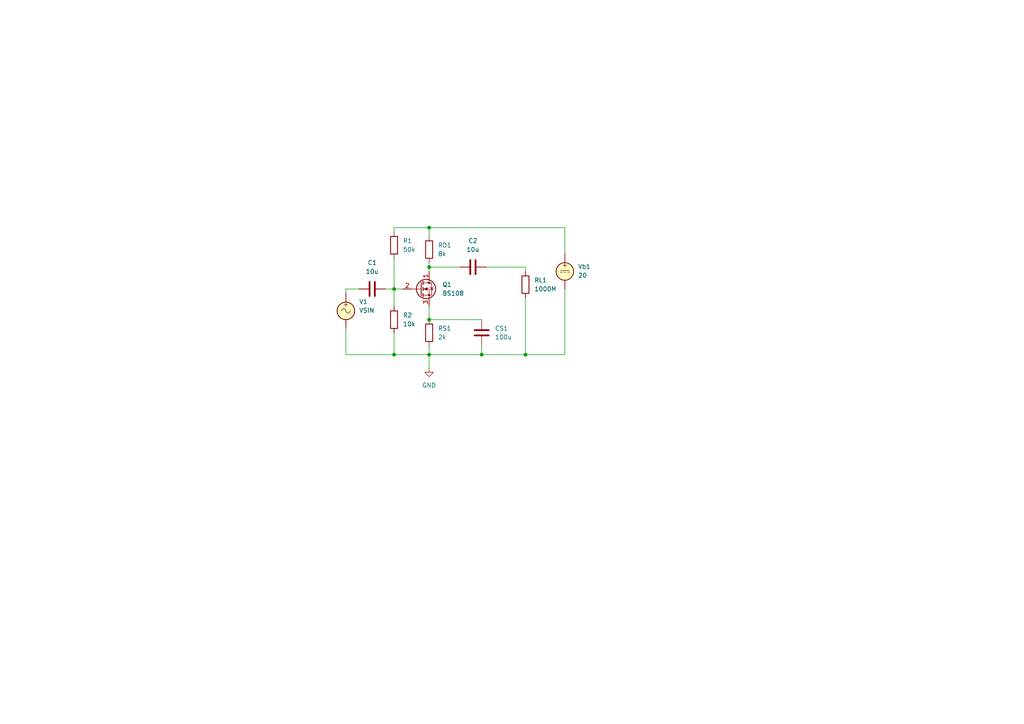
<source format=kicad_sch>
(kicad_sch (version 20231120) (generator "eeschema") (generator_version "8.0")
  (paper "A4")
  (lib_symbols
    (symbol "Device:C" (pin_numbers hide) (pin_names (offset 0.254))
      (property "Reference" "C" (at 0.635 2.54 0))
      (property "Value" "C" (at 0.635 -2.54 0))
      (symbol "C_0_1"
        (polyline (pts (xy -2.032 -0.762) (xy 2.032 -0.762)) (stroke (width 0.508)))
        (polyline (pts (xy -2.032 0.762) (xy 2.032 0.762)) (stroke (width 0.508)))
      )
      (symbol "C_1_1"
        (pin passive line (at 0 3.81 270) (length 2.794) (name "~") (number "1"))
        (pin passive line (at 0 -3.81 90) (length 2.794) (name "~") (number "2"))
      )
    )
    (symbol "Device:R" (pin_numbers hide) (pin_names (offset 0))
      (property "Reference" "R" (at 2.032 0 90))
      (property "Value" "R" (at 0 0 90))
      (symbol "R_0_1"
        (rectangle (start -1.016 -2.54) (end 1.016 2.54) (stroke (width 0.254)))
      )
      (symbol "R_1_1"
        (pin passive line (at 0 3.81 270) (length 1.27) (name "~") (number "1"))
        (pin passive line (at 0 -3.81 90) (length 1.27) (name "~") (number "2"))
      )
    )
    (symbol "Simulation_SPICE:VDC" (pin_numbers hide) (pin_names (offset 0.0254))
      (property "Reference" "V" (at 2.54 2.54 0))
      (property "Value" "1" (at 2.54 0 0))
      (symbol "VDC_0_0"
        (polyline (pts (xy -1.27 0.254) (xy 1.27 0.254)))
        (polyline (pts (xy -0.762 -0.254) (xy -1.27 -0.254)))
        (polyline (pts (xy 0.254 -0.254) (xy -0.254 -0.254)))
        (polyline (pts (xy 1.27 -0.254) (xy 0.762 -0.254)))
        (text "+" (at 0 1.905 0) (effects (font (size 1.27 1.27))))
      )
      (symbol "VDC_0_1"
        (circle (center 0 0) (radius 2.54) (stroke (width 0.254)) (fill (type background)))
      )
      (symbol "VDC_1_1"
        (pin passive line (at 0 5.08 270) (length 2.54) (name "~") (number "1"))
        (pin passive line (at 0 -5.08 90) (length 2.54) (name "~") (number "2"))
      )
    )
    (symbol "Simulation_SPICE:VSIN" (pin_numbers hide) (pin_names (offset 0.0254))
      (property "Reference" "V" (at 2.54 2.54 0))
      (property "Value" "VSIN" (at 2.54 0 0))
      (property "Sim.Params" "dc=0 ampl=1 f=1k ac=1" (at 2.54 -2.54 0))
      (symbol "VSIN_0_0"
        (arc (start 0 0) (mid -0.635 0.6323) (end -1.27 0))
        (arc (start 0 0) (mid 0.635 -0.6323) (end 1.27 0))
        (text "+" (at 0 1.905 0) (effects (font (size 1.27 1.27))))
      )
      (symbol "VSIN_0_1"
        (circle (center 0 0) (radius 2.54) (stroke (width 0.254)) (fill (type background)))
      )
      (symbol "VSIN_1_1"
        (pin passive line (at 0 5.08 270) (length 2.54) (name "~") (number "1"))
        (pin passive line (at 0 -5.08 90) (length 2.54) (name "~") (number "2"))
      )
    )
    (symbol "Transistor_FET:BS108" (pin_names hide)
      (property "Reference" "Q" (at 5.08 1.905 0))
      (property "Value" "BS108" (at 5.08 0 0))
      (symbol "BS108_0_1"
        (polyline (pts (xy 0.254 0) (xy -2.54 0)))
        (polyline (pts (xy 0.254 1.905) (xy 0.254 -1.905)) (stroke (width 0.254)))
        (polyline (pts (xy 0.762 -1.27) (xy 0.762 -2.286)) (stroke (width 0.254)))
        (polyline (pts (xy 0.762 0.508) (xy 0.762 -0.508)) (stroke (width 0.254)))
        (polyline (pts (xy 0.762 2.286) (xy 0.762 1.27)) (stroke (width 0.254)))
        (polyline (pts (xy 2.54 2.54) (xy 2.54 1.778)))
        (polyline (pts (xy 2.54 -2.54) (xy 2.54 0) (xy 0.762 0)))
        (polyline (pts (xy 0.762 -1.778) (xy 3.302 -1.778) (xy 3.302 1.778) (xy 0.762 1.778)))
        (polyline (pts (xy 1.016 0) (xy 2.032 0.381) (xy 2.032 -0.381) (xy 1.016 0)) (fill (type outline)))
        (polyline (pts (xy 2.794 0.508) (xy 2.921 0.381) (xy 3.683 0.381) (xy 3.81 0.254)))
        (polyline (pts (xy 3.302 0.381) (xy 2.921 -0.254) (xy 3.683 -0.254) (xy 3.302 0.381)))
        (circle (center 1.651 0) (radius 2.794) (stroke (width 0.254)))
        (circle (center 2.54 -1.778) (radius 0.254) (fill (type outline)))
        (circle (center 2.54 1.778) (radius 0.254) (fill (type outline)))
      )
      (symbol "BS108_1_1"
        (pin passive line (at 2.54 5.08 270) (length 2.54) (name "D") (number "1"))
        (pin input line (at -5.08 0 0) (length 2.54) (name "G") (number "2"))
        (pin passive line (at 2.54 -5.08 90) (length 2.54) (name "S") (number "3"))
      )
    )
    (symbol "power:GND" (power) (pin_numbers hide) (pin_names (offset 0) hide)
      (property "Value" "GND" (at 0 -3.81 0))
      (symbol "GND_0_1"
        (polyline (pts (xy 0 0) (xy 0 -1.27) (xy 1.27 -1.27) (xy 0 -2.54) (xy -1.27 -1.27) (xy 0 -1.27)))
      )
      (symbol "GND_1_1"
        (pin power_in line (at 0 0 270) (length 0) (name "~") (number "1"))
      )
    )
  )
  (junction (at 139.7 102.87))
  (junction (at 114.3 102.87))
  (junction (at 114.3 83.82))
  (junction (at 124.46 92.71))
  (junction (at 124.46 102.87))
  (junction (at 124.46 77.47))
  (junction (at 124.46 66.04))
  (junction (at 152.4 102.87))
  (wire (pts (xy 152.4 86.36) (xy 152.4 102.87)))
  (wire (pts (xy 124.46 77.47) (xy 124.46 78.74)))
  (wire (pts (xy 114.3 102.87) (xy 124.46 102.87)))
  (wire (pts (xy 124.46 106.68) (xy 124.46 102.87)))
  (wire (pts (xy 163.83 73.66) (xy 163.83 66.04)))
  (wire (pts (xy 111.76 83.82) (xy 114.3 83.82)))
  (wire (pts (xy 124.46 76.2) (xy 124.46 77.47)))
  (wire (pts (xy 124.46 100.33) (xy 124.46 102.87)))
  (wire (pts (xy 163.83 66.04) (xy 124.46 66.04)))
  (wire (pts (xy 124.46 68.58) (xy 124.46 66.04)))
  (wire (pts (xy 100.33 85.09) (xy 100.33 83.82)))
  (wire (pts (xy 124.46 88.9) (xy 124.46 92.71)))
  (wire (pts (xy 152.4 102.87) (xy 163.83 102.87)))
  (wire (pts (xy 124.46 102.87) (xy 139.7 102.87)))
  (wire (pts (xy 100.33 102.87) (xy 114.3 102.87)))
  (wire (pts (xy 124.46 92.71) (xy 139.7 92.71)))
  (wire (pts (xy 114.3 74.93) (xy 114.3 83.82)))
  (wire (pts (xy 114.3 83.82) (xy 116.84 83.82)))
  (wire (pts (xy 124.46 77.47) (xy 133.35 77.47)))
  (wire (pts (xy 100.33 102.87) (xy 100.33 95.25)))
  (wire (pts (xy 114.3 67.31) (xy 114.3 66.04)))
  (wire (pts (xy 163.83 83.82) (xy 163.83 102.87)))
  (wire (pts (xy 140.97 77.47) (xy 152.4 77.47)))
  (wire (pts (xy 114.3 83.82) (xy 114.3 88.9)))
  (wire (pts (xy 114.3 96.52) (xy 114.3 102.87)))
  (wire (pts (xy 139.7 100.33) (xy 139.7 102.87)))
  (wire (pts (xy 139.7 102.87) (xy 152.4 102.87)))
  (wire (pts (xy 114.3 66.04) (xy 124.46 66.04)))
  (wire (pts (xy 152.4 77.47) (xy 152.4 78.74)))
  (wire (pts (xy 100.33 83.82) (xy 104.14 83.82)))
  (symbol (lib_id "Device:R") (at 152.4 82.55 0) (unit 1)
    (property "Reference" "RL1" (at 154.94 81.2799 0) (effects (justify left)))
    (property "Value" "1000M" (at 154.94 83.8199 0) (effects (justify left)))
    (property "Description" "Resistor" (effects (hide yes)))
  )
  (symbol (lib_id "Simulation_SPICE:VDC") (at 163.83 78.74 0) (unit 1)
    (property "Reference" "Vb1" (at 167.64 77.3401 0) (effects (justify left)))
    (property "Value" "20" (at 167.64 79.8801 0) (effects (justify left)))
    (property "Datasheet" "https://ngspice.sourceforge.io/docs/ngspice-html-manual/manual.xhtml#sec_Independent_Sources_for" (effects (hide yes)))
    (property "Description" "Voltage source, DC" (effects (hide yes)))
    (property "Sim.Pins" "1=+ 2=-" (effects (hide yes)))
    (property "Sim.Type" "DC" (effects (hide yes)))
    (property "Sim.Device" "V" (effects (hide yes)))
  )
  (symbol (lib_id "Device:R") (at 124.46 96.52 0) (unit 1)
    (property "Reference" "RS1" (at 127 95.2499 0) (effects (justify left)))
    (property "Value" "2k" (at 127 97.7899 0) (effects (justify left)))
    (property "Description" "Resistor" (effects (hide yes)))
  )
  (symbol (lib_id "Device:C") (at 137.16 77.47 90) (unit 1)
    (property "Reference" "C2" (at 137.16 69.85 90))
    (property "Value" "10u" (at 137.16 72.39 90))
    (property "Description" "Unpolarized capacitor" (effects (hide yes)))
  )
  (symbol (lib_id "Device:C") (at 139.7 96.52 0) (unit 1)
    (property "Reference" "CS1" (at 143.51 95.2499 0) (effects (justify left)))
    (property "Value" "100u" (at 143.51 97.7899 0) (effects (justify left)))
    (property "Description" "Unpolarized capacitor" (effects (hide yes)))
  )
  (symbol (lib_id "Simulation_SPICE:VSIN") (at 100.33 90.17 0) (unit 1)
    (property "Reference" "V1" (at 104.14 87.5001 0) (effects (justify left)))
    (property "Value" "VSIN" (at 104.14 90.0401 0) (effects (justify left)))
    (property "Datasheet" "https://ngspice.sourceforge.io/docs/ngspice-html-manual/manual.xhtml#sec_Independent_Sources_for" (effects (hide yes)))
    (property "Description" "Voltage source, sinusoidal" (effects (hide yes)))
    (property "Sim.Pins" "1=+ 2=-" (effects (hide yes)))
    (property "Sim.Params" "dc=0.1 ampl=0.1 f=1k ac=1" (effects (hide yes)))
    (property "Sim.Type" "SIN" (effects (hide yes)))
    (property "Sim.Device" "V" (effects (hide yes)))
  )
  (symbol (lib_id "Device:R") (at 114.3 92.71 0) (unit 1)
    (property "Reference" "R2" (at 116.84 91.4399 0) (effects (justify left)))
    (property "Value" "10k" (at 116.84 93.9799 0) (effects (justify left)))
    (property "Description" "Resistor" (effects (hide yes)))
  )
  (symbol (lib_id "power:GND") (at 124.46 106.68 0) (unit 1)
    (property "Reference" "#PWR01" (effects (hide yes)))
    (property "Value" "GND" (at 124.46 111.76 0))
    (property "Description" "Power symbol creates a global label with name \"GND\" , ground" (effects (hide yes)))
  )
  (symbol (lib_id "Device:R") (at 124.46 72.39 0) (unit 1)
    (property "Reference" "RD1" (at 127 71.1199 0) (effects (justify left)))
    (property "Value" "8k" (at 127 73.6599 0) (effects (justify left)))
    (property "Description" "Resistor" (effects (hide yes)))
  )
  (symbol (lib_id "Device:R") (at 114.3 71.12 0) (unit 1)
    (property "Reference" "R1" (at 116.84 69.8499 0) (effects (justify left)))
    (property "Value" "50k" (at 116.84 72.3899 0) (effects (justify left)))
    (property "Description" "Resistor" (effects (hide yes)))
  )
  (symbol (lib_id "Transistor_FET:BS108") (at 121.92 83.82 0) (unit 1)
    (property "Reference" "Q1" (at 128.27 82.5499 0) (effects (justify left)))
    (property "Value" "BS108" (at 128.27 85.0899 0) (effects (justify left)))
    (property "Footprint" "Package_TO_SOT_THT:TO-92_Inline" (effects (hide yes)))
    (property "Datasheet" "http://www.redrok.com/MOSFET_BS108_200V_250mA_8O_Vth1.5_TO-92.PDF" (effects (hide yes)))
    (property "Description" "0.25A Id, 200V Vds, N-Channel MOSFET, TO-92" (effects (hide yes)))
    (property "Sim.Device" "NMOS" (effects (hide yes)))
    (property "Sim.Type" "VDMOS" (effects (hide yes)))
    (property "Sim.Pins" "1=D 2=G 3=S" (effects (hide yes)))
    (property "Sim.Params" "vto=1.5 kp=2m lambda=0.01" (effects (hide yes)))
  )
  (symbol (lib_id "Device:C") (at 107.95 83.82 270) (unit 1)
    (property "Reference" "C1" (at 107.95 76.2 90))
    (property "Value" "10u" (at 107.95 78.74 90))
    (property "Description" "Unpolarized capacitor" (effects (hide yes)))
  )
)
</source>
